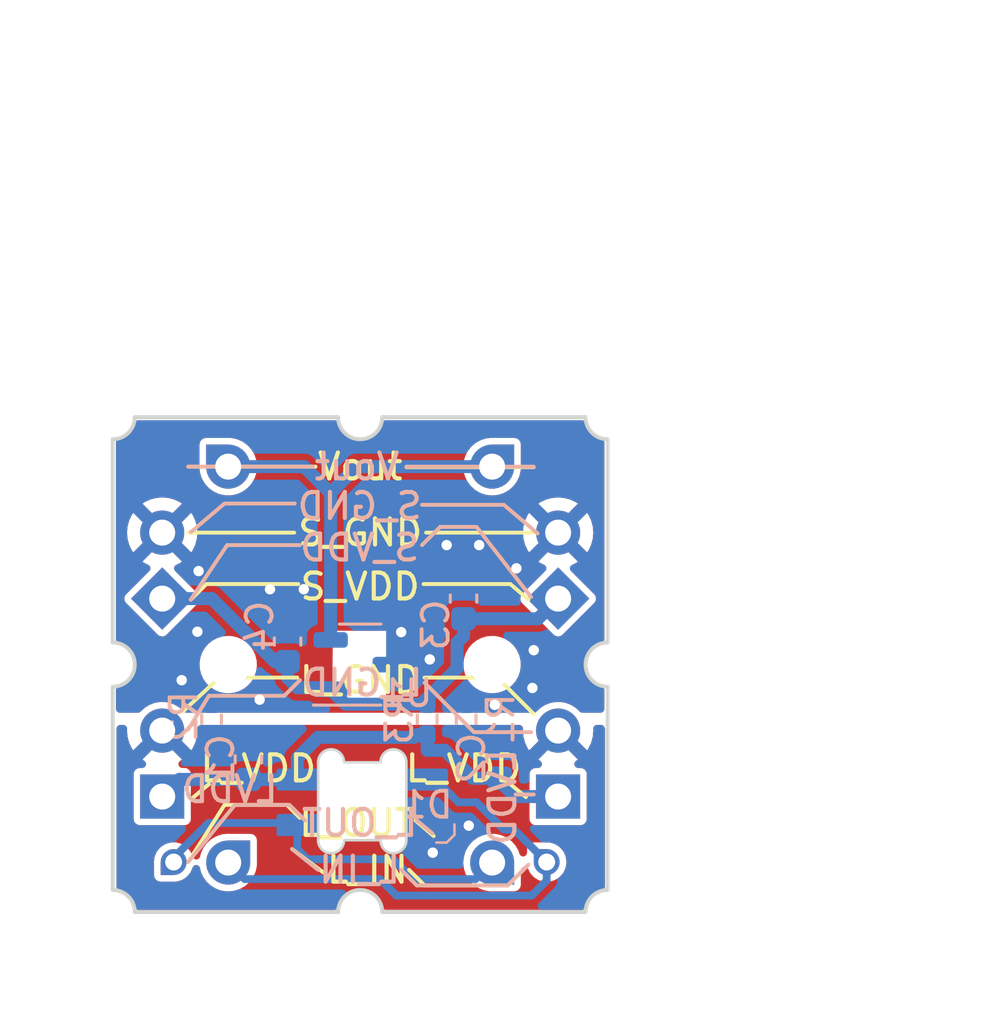
<source format=kicad_pcb>
(kicad_pcb (version 20221018) (generator pcbnew)
  (layers (0 "F.Cu" power) (31 "B.Cu" mixed) (34 "B.Paste" user) (35 "F.Paste" user) (36 "B.SilkS" user "B.Silkscreen") (37 "F.SilkS" user "F.Silkscreen") (38 "B.Mask" user) (39 "F.Mask" user) (44 "Edge.Cuts" user))
  (net 0 "")
  (net 1 "GNDA")
  (net 2 "VDDA")
  (net 3 "GNDD")
  (net 4 "VDD")
  (net 5 "LED_IN")
  (net 6 "LED_OUT")
  (net 7 "Vout")
  (footprint "kikit:Tab" (layer "F.Cu") (at 120.22 106.3625 180)
    (fp_text reference "REF**" hide)
    (fp_text value "Tab")
  )
  (footprint "kikit:Tab" (layer "F.Cu") (at 113.9825 91 -90)
    (fp_text reference "REF**" hide)
    (fp_text value "Tab")
  )
  (footprint "Button_Switch_Keyboard:SW_Lekker_MX_1.00u_PCB" (layer "F.Cu") (at 109.22 101.6 180)
    (fp_text reference "SW" hide)
    (fp_text value "SW_Lekker_MX_1.00u_PCB")
    (pad "" np_thru_hole circle (at -5.08 0 180) (size 1.7 1.7) (drill 1.7) (layers "*.Cu" "*.Mask"))
    (pad "" np_thru_hole circle (at 5.08 0 180) (size 1.7 1.7) (drill 1.7) (layers "*.Cu" "*.Mask"))
  )
  (footprint "kikit:Tab" (layer "F.Cu") (at 104.4575 91 -90)
    (fp_text reference "REF**" hide)
    (fp_text value "Tab")
  )
  (footprint "kikit:Tab" (layer "F.Cu") (at 120.22 96.8375 180)
    (fp_text reference "REF**" hide)
    (fp_text value "Tab")
  )
  (footprint "Resistor_SMD:R_0402_1005Metric_Pad0.72x0.64mm_HandSolder" (layer "B.Cu") (at 103.5 103.7 90)
    (fp_text reference "R2" (at 0.1 -1.07 270) (layer "B.SilkS") (effects (justify mirror)))
    (fp_text value "R")
    (fp_line (start -0.167621 -0.38) (end 0.167621 -0.38) (stroke (width 0.12)) (layer "B.SilkS"))
    (fp_line (start -0.167621 0.38) (end 0.167621 0.38) (stroke (width 0.12)) (layer "B.SilkS"))
    (pad "1" smd roundrect (at -0.5975 0 90) (size 0.715 0.64) (layers "B.Cu" "B.Paste" "B.Mask") (net 3 "GNDD"))
    (pad "2" smd roundrect (at 0.5975 0 90) (size 0.715 0.64) (layers "B.Cu" "B.Paste" "B.Mask") (net 1 "GNDA"))
  )
  (footprint "Connector_PinHeader_2.54mm:PinHeader_1x01_P2.54mm_Vertical" (layer "B.Cu") (at 114.3 93.98 90)
    (fp_text reference "J9" hide)
    (fp_text value "Conn_01x01_Pin")
    (pad "1" thru_hole custom (at 0 0 90) (size 1.7 1.7) (drill 1) (layers "*.Cu" "*.Mask") (net 7 "Vout") (options (clearance outline) (anchor circle)) (primitives (gr_poly (pts (xy 0.85 0) (xy 0 0.85) (xy 0.85 0.85)) (width 0) (fill yes))))
  )
  (footprint "Connector_PinHeader_2.54mm:PinHeader_1x01_P2.54mm_Vertical" (layer "B.Cu") (at 116.84 99.06 180)
    (fp_text reference "J6" hide)
    (fp_text value "Conn_01x01_Pin")
    (pad "1" thru_hole rect (at 0 0 135) (size 1.7 1.7) (drill 1) (layers "*.Cu" "*.Mask") (net 2 "VDDA"))
  )
  (footprint "Connector_PinHeader_2.54mm:PinHeader_1x01_P2.54mm_Vertical" (layer "B.Cu") (at 101.6 106.68 180)
    (fp_text reference "J2" hide)
    (fp_text value "Conn_01x01_Pin")
    (pad "1" thru_hole rect (at 0 0 180) (size 1.7 1.7) (drill 1) (layers "*.Cu" "*.Mask") (net 4 "VDD"))
  )
  (footprint "Resistor_SMD:R_0402_1005Metric_Pad0.72x0.64mm_HandSolder" (layer "B.Cu") (at 113.3 103.7 90)
    (fp_text reference "R1" (at 0 1.33 270) (layer "B.SilkS") (effects (justify mirror)))
    (fp_text value "R")
    (fp_line (start -0.167621 -0.38) (end 0.167621 -0.38) (stroke (width 0.12)) (layer "B.SilkS"))
    (fp_line (start -0.167621 0.38) (end 0.167621 0.38) (stroke (width 0.12)) (layer "B.SilkS"))
    (pad "1" smd roundrect (at -0.5975 0 90) (size 0.715 0.64) (layers "B.Cu" "B.Paste" "B.Mask") (net 3 "GNDD"))
    (pad "2" smd roundrect (at 0.5975 0 90) (size 0.715 0.64) (layers "B.Cu" "B.Paste" "B.Mask") (net 1 "GNDA"))
  )
  (footprint "Resistor_SMD:R_0402_1005Metric_Pad0.72x0.64mm_HandSolder" (layer "B.Cu") (at 111.8 103.7 90)
    (fp_text reference "R3" (at 0 -1.07 90) (layer "B.SilkS") (effects (justify mirror)))
    (fp_text value "R")
    (fp_line (start -0.167621 -0.38) (end 0.167621 -0.38) (stroke (width 0.12)) (layer "B.SilkS"))
    (fp_line (start -0.167621 0.38) (end 0.167621 0.38) (stroke (width 0.12)) (layer "B.SilkS"))
    (pad "1" smd roundrect (at -0.5975 0 90) (size 0.715 0.64) (layers "B.Cu" "B.Paste" "B.Mask") (net 4 "VDD"))
    (pad "2" smd roundrect (at 0.5975 0 90) (size 0.715 0.64) (layers "B.Cu" "B.Paste" "B.Mask") (net 2 "VDDA"))
  )
  (footprint "Connector_PinHeader_2.54mm:PinHeader_1x01_P2.54mm_Vertical" (layer "B.Cu") (at 101.6 104.14 180)
    (fp_text reference "J8" hide)
    (fp_text value "Conn_01x01_Pin")
    (pad "1" thru_hole circle (at 0 0 180) (size 1.7 1.7) (drill 1) (layers "*.Cu" "*.Mask") (net 3 "GNDD"))
  )
  (footprint "Connector_PinHeader_2.54mm:PinHeader_1x01_P2.54mm_Vertical" (layer "B.Cu") (at 114.3 109.22 180)
    (fp_text reference "J12" hide)
    (fp_text value "Conn_01x01_Pin")
    (pad "1" thru_hole custom (at 0 0 180) (size 1.7 1.7) (drill 1) (layers "*.Cu" "*.Mask") (net 6 "LED_OUT") (options (clearance outline) (anchor circle)) (primitives (gr_poly (pts (xy -0.85 0) (xy 0 -0.85) (xy -0.85 -0.85)) (width 0) (fill yes))))
  )
  (footprint "Capacitor_SMD:C_0603_1608Metric" (layer "B.Cu") (at 113.2 99.06 -90)
    (fp_text reference "C3" (at 1.01 1.07 90) (layer "B.SilkS") (effects (justify mirror)))
    (fp_text value "10u")
    (fp_line (start -0.14058 -0.51) (end 0.14058 -0.51) (stroke (width 0.12)) (layer "B.SilkS"))
    (fp_line (start -0.14058 0.51) (end 0.14058 0.51) (stroke (width 0.12)) (layer "B.SilkS"))
    (pad "1" smd roundrect (at -0.775 0 270) (size 0.9 0.95) (layers "B.Cu" "B.Paste" "B.Mask") (net 1 "GNDA"))
    (pad "2" smd roundrect (at 0.775 0 270) (size 0.9 0.95) (layers "B.Cu" "B.Paste" "B.Mask") (net 2 "VDDA"))
  )
  (footprint "Connector_PinHeader_2.54mm:PinHeader_1x01_P2.54mm_Vertical" (layer "B.Cu") (at 101.6 96.52 180)
    (fp_text reference "J3" hide)
    (fp_text value "Conn_01x01_Pin")
    (pad "1" thru_hole circle (at 0 0 180) (size 1.7 1.7) (drill 1) (layers "*.Cu" "*.Mask") (net 1 "GNDA"))
  )
  (footprint "Connector_PinHeader_2.54mm:PinHeader_1x01_P2.54mm_Vertical" (layer "B.Cu") (at 101.6 99.06 180)
    (fp_text reference "J5" hide)
    (fp_text value "Conn_01x01_Pin")
    (pad "1" thru_hole rect (at 0 0 135) (size 1.7 1.7) (drill 1) (layers "*.Cu" "*.Mask") (net 2 "VDDA"))
  )
  (footprint "Connector_PinHeader_2.54mm:PinHeader_1x01_P2.54mm_Vertical" (layer "B.Cu") (at 116.84 106.68 180)
    (fp_text reference "J1" hide)
    (fp_text value "Conn_01x01_Pin")
    (pad "1" thru_hole rect (at 0 0 180) (size 1.7 1.7) (drill 1) (layers "*.Cu" "*.Mask") (net 4 "VDD"))
  )
  (footprint "prettylib:SK6812_mini_e_flipable" (layer "B.Cu") (at 109.3 106.9)
    (fp_text reference "D1" (at 2.5 0.1) (layer "B.SilkS") (effects (justify mirror)))
    (fp_text value "SK6812MINI-E")
    (fp_line (start 3.25 1.55) (end 2.85 1.55) (stroke (width 0.1)) (layer "B.SilkS"))
    (fp_line (start 3.25 1.55) (end 3.55 1.25) (stroke (width 0.1)) (layer "B.SilkS"))
    (fp_line (start 3.55 1.25) (end 3.55 0.85) (stroke (width 0.1)) (layer "B.SilkS"))
    (fp_line (start -1.7 1.46) (end -1.7 -1.54) (stroke (width 0.1)) (layer "Edge.Cuts"))
    (fp_line (start -0.7 -1.54) (end 0.7 -1.54) (stroke (width 0.1)) (layer "Edge.Cuts"))
    (fp_line (start -0.7 1.46) (end 0.7 1.46) (stroke (width 0.1)) (layer "Edge.Cuts"))
    (fp_line (start 1.7 -1.54) (end 1.7 1.46) (stroke (width 0.1)) (layer "Edge.Cuts"))
    (fp_arc (start -1.7 -1.54) (mid -1.2 -2.04) (end -0.7 -1.54) (stroke (width 0.1)) (layer "Edge.Cuts"))
    (fp_arc (start -0.7 1.46) (mid -1.2 1.96) (end -1.7 1.46) (stroke (width 0.1)) (layer "Edge.Cuts"))
    (fp_arc (start 0.7 -1.54) (mid 1.2 -2.04) (end 1.7 -1.54) (stroke (width 0.1)) (layer "Edge.Cuts"))
    (fp_arc (start 1.7 1.46) (mid 1.2 1.96) (end 0.7 1.46) (stroke (width 0.1)) (layer "Edge.Cuts"))
    (pad "1" smd roundrect (at -2.5 -0.875) (size 1.6 0.85) (layers "B.Cu" "B.Paste" "B.Mask") (roundrect_rratio 0.1176470588) (net 4 "VDD"))
    (pad "2" smd roundrect (at -2.5 0.875 180) (size 1.6 0.85) (layers "B.Cu" "B.Paste" "B.Mask") (roundrect_rratio 0.1176470588) (net 6 "LED_OUT"))
    (pad "3" smd roundrect (at 2.5 0.875 180) (size 1.6 0.85) (layers "B.Cu" "B.Paste" "B.Mask") (roundrect_rratio 0.1176470588) (net 3 "GNDD"))
    (pad "4" smd roundrect (at 2.5 -0.875) (size 1.6 0.85) (layers "B.Cu" "B.Paste" "B.Mask") (roundrect_rratio 0.1176470588) (net 5 "LED_IN"))
  )
  (footprint "Package_TO_SOT_SMD:SOT-23-3" (layer "B.Cu") (at 109.22 101.6)
    (fp_text reference "U1" (at 1.78 1.105) (layer "B.SilkS") (effects (justify mirror)))
    (fp_text value "SLSS49E")
    (fp_line (start 0 -1.56) (end -0.8 -1.56) (stroke (width 0.12)) (layer "B.SilkS"))
    (fp_line (start 0 -1.56) (end 0.8 -1.56) (stroke (width 0.12)) (layer "B.SilkS"))
    (fp_line (start 0 1.56) (end -1.8 1.56) (stroke (width 0.12)) (layer "B.SilkS"))
    (fp_line (start 0 1.56) (end 0.8 1.56) (stroke (width 0.12)) (layer "B.SilkS"))
    (pad "1" smd roundrect (at -1.1375 0.95) (size 1.325 0.6) (layers "B.Cu" "B.Paste" "B.Mask") (net 2 "VDDA"))
    (pad "2" smd roundrect (at -1.1375 -0.95) (size 1.325 0.6) (layers "B.Cu" "B.Paste" "B.Mask") (net 7 "Vout"))
    (pad "3" smd roundrect (at 1.1375 0) (size 1.325 0.6) (layers "B.Cu" "B.Paste" "B.Mask") (net 1 "GNDA"))
  )
  (footprint "Connector_PinHeader_2.54mm:PinHeader_1x01_P2.54mm_Vertical" (layer "B.Cu") (at 104.14 93.98 180)
    (fp_text reference "J10" hide)
    (fp_text value "Conn_01x01_Pin")
    (pad "1" thru_hole custom (at 0 0 180) (size 1.7 1.7) (drill 1) (layers "*.Cu" "*.Mask") (net 7 "Vout") (options (clearance outline) (anchor circle)) (primitives (gr_poly (pts (xy 0.85 0) (xy 0 0.85) (xy 0.85 0.85)) (width 0) (fill yes))))
  )
  (footprint "Connector_PinHeader_2.54mm:PinHeader_1x01_P2.54mm_Vertical" (layer "B.Cu") (at 116.84 104.14 180)
    (fp_text reference "J7" hide)
    (fp_text value "Conn_01x01_Pin")
    (pad "1" thru_hole circle (at 0 0 180) (size 1.7 1.7) (drill 1) (layers "*.Cu" "*.Mask") (net 3 "GNDD"))
  )
  (footprint "Connector_PinHeader_2.54mm:PinHeader_1x01_P2.54mm_Vertical" (layer "B.Cu") (at 104.14 109.22 90)
    (fp_text reference "J14" hide)
    (fp_text value "Conn_01x01_Pin")
    (pad "1" thru_hole custom (at 0 0 90) (size 1.7 1.7) (drill 1) (layers "*.Cu" "*.Mask") (net 5 "LED_IN") (options (clearance outline) (anchor circle)) (primitives (gr_poly (pts (xy 0.85 0) (xy 0 0.85) (xy 0.85 0.85)) (width 0) (fill yes))))
  )
  (footprint "Connector_PinHeader_1.27mm:PinHeader_1x01_P1.27mm_Vertical" (layer "B.Cu") (at 102.04 109.2 180)
    (fp_text reference "J11" hide)
    (fp_text value "Conn_01x01_Pin")
    (pad "1" thru_hole custom (at 0 0 180) (size 1 1) (drill 0.65) (layers "*.Cu" "*.Mask") (net 6 "LED_OUT") (options (clearance outline) (anchor circle)) (primitives (gr_poly (pts (xy 0.5 0) (xy 0 -0.5) (xy 0.5 -0.5)) (width 0) (fill yes))))
  )
  (footprint "Capacitor_SMD:C_0603_1608Metric" (layer "B.Cu") (at 114.6 105.2 -90)
    (fp_text reference "C2" (at 0 1.09 90) (layer "B.SilkS") (effects (justify mirror)))
    (fp_text value "10u")
    (fp_line (start -0.14058 -0.51) (end 0.14058 -0.51) (stroke (width 0.12)) (layer "B.SilkS"))
    (fp_line (start -0.14058 0.51) (end 0.14058 0.51) (stroke (width 0.12)) (layer "B.SilkS"))
    (pad "1" smd roundrect (at -0.775 0 270) (size 0.9 0.95) (layers "B.Cu" "B.Paste" "B.Mask") (net 3 "GNDD"))
    (pad "2" smd roundrect (at 0.775 0 270) (size 0.9 0.95) (layers "B.Cu" "B.Paste" "B.Mask") (net 4 "VDD"))
  )
  (footprint "Capacitor_SMD:C_0603_1608Metric" (layer "B.Cu") (at 106.426 100.711 -90)
    (fp_text reference "C4" (at -0.59 1.07 90) (layer "B.SilkS") (effects (justify mirror)))
    (fp_text value "100n")
    (fp_line (start -0.14058 -0.51) (end 0.14058 -0.51) (stroke (width 0.12)) (layer "B.SilkS"))
    (fp_line (start -0.14058 0.51) (end 0.14058 0.51) (stroke (width 0.12)) (layer "B.SilkS"))
    (pad "1" smd roundrect (at -0.775 0 270) (size 0.9 0.95) (layers "B.Cu" "B.Paste" "B.Mask") (net 1 "GNDA"))
    (pad "2" smd roundrect (at 0.775 0 270) (size 0.9 0.95) (layers "B.Cu" "B.Paste" "B.Mask") (net 2 "VDDA"))
  )
  (footprint "Capacitor_SMD:C_0603_1608Metric" (layer "B.Cu") (at 104.917511 105.243635 -90)
    (fp_text reference "C1" (at 0.01 1.07 90) (layer "B.SilkS") (effects (justify mirror)))
    (fp_text value "100n")
    (fp_line (start -0.14058 -0.51) (end 0.14058 -0.51) (stroke (width 0.12)) (layer "B.SilkS"))
    (fp_line (start -0.14058 0.51) (end 0.14058 0.51) (stroke (width 0.12)) (layer "B.SilkS"))
    (pad "1" smd roundrect (at -0.775 0 270) (size 0.9 0.95) (layers "B.Cu" "B.Paste" "B.Mask") (net 3 "GNDD"))
    (pad "2" smd roundrect (at 0.775 0 270) (size 0.9 0.95) (layers "B.Cu" "B.Paste" "B.Mask") (net 4 "VDD"))
  )
  (footprint "Connector_PinHeader_1.27mm:PinHeader_1x01_P1.27mm_Vertical" (layer "B.Cu") (at 116.4 109.2 180)
    (fp_text reference "J13" hide)
    (fp_text value "Conn_01x01_Pin")
    (pad "1" thru_hole custom (at 0 0 180) (size 1 1) (drill 0.65) (layers "*.Cu" "*.Mask") (net 5 "LED_IN") (options (clearance outline) (anchor circle)) (primitives (gr_poly (pts (xy 0.5 0) (xy 0 0.5) (xy 0.5 0.5)) (width 0) (fill yes))))
  )
  (footprint "Connector_PinHeader_2.54mm:PinHeader_1x01_P2.54mm_Vertical" (layer "B.Cu") (at 116.84 96.52 180)
    (fp_text reference "J4" hide)
    (fp_text value "Conn_01x01_Pin")
    (pad "1" thru_hole circle (at 0 0 180) (size 1.7 1.7) (drill 1) (layers "*.Cu" "*.Mask") (net 1 "GNDA"))
  )
  (gr_line (start 102.6 93.98) (end 107.4 93.98) (stroke (width 0.15)) (layer "B.SilkS"))
  (gr_line (start 107.6 109.5) (end 106.6 108.7) (stroke (width 0.15)) (layer "B.SilkS"))
  (gr_line (start 115.2 106.6) (end 115.9 106.6) (stroke (width 0.15)) (layer "B.SilkS"))
  (gr_line (start 106.9 97) (end 104.1 97) (stroke (width 0.15)) (layer "B.SilkS"))
  (gr_line (start 106.9 102.2) (end 106.3 102.8) (stroke (width 0.15)) (layer "B.SilkS"))
  (gr_line (start 104.1 97) (end 102.7 99.1) (stroke (width 0.15)) (layer "B.SilkS"))
  (gr_line (start 104.4 107) (end 102.6 109.2) (stroke (width 0.15)) (layer "B.SilkS"))
  (gr_line (start 106.3 102.8) (end 103.4 102.8) (stroke (width 0.15)) (layer "B.SilkS"))
  (gr_line (start 111.6 95.45) (end 114.75 95.45) (stroke (width 0.15)) (layer "B.SilkS"))
  (gr_line (start 111.4 110.1) (end 114.9 110.1) (stroke (width 0.15)) (layer "B.SilkS"))
  (gr_line (start 110.8 109.5) (end 111.4 110.1) (stroke (width 0.15)) (layer "B.SilkS"))
  (gr_line (start 106.5 107) (end 104.4 107) (stroke (width 0.15)) (layer "B.SilkS"))
  (gr_line (start 113.6 104.2) (end 115.8 104.2) (stroke (width 0.15)) (layer "B.SilkS"))
  (gr_line (start 104 95.4) (end 102.7 96.5) (stroke (width 0.15)) (layer "B.SilkS"))
  (gr_line (start 114.9 110.1) (end 115.7 109.3) (stroke (width 0.15)) (layer "B.SilkS"))
  (gr_line (start 107.1 107.6) (end 106.5 107) (stroke (width 0.15)) (layer "B.SilkS"))
  (gr_line (start 106.7 95.4) (end 104 95.4) (stroke (width 0.15)) (layer "B.SilkS"))
  (gr_line (start 111.6 97) (end 112.3 96.3) (stroke (width 0.15)) (layer "B.SilkS"))
  (gr_line (start 111.7 102.3) (end 113.6 104.2) (stroke (width 0.15)) (layer "B.SilkS"))
  (gr_line (start 111.4 107.6) (end 112 108.1) (stroke (width 0.15)) (layer "B.SilkS"))
  (gr_line (start 113.7 96.3) (end 115.8 99) (stroke (width 0.15)) (layer "B.SilkS"))
  (gr_line (start 114.75 95.45) (end 116.05 96.55) (stroke (width 0.15)) (layer "B.SilkS"))
  (gr_line (start 112.3 96.3) (end 113.7 96.3) (stroke (width 0.15)) (layer "B.SilkS"))
  (gr_line (start 103.4 102.8) (end 102.6 104.1) (stroke (width 0.15)) (layer "B.SilkS"))
  (gr_line (start 115.9 93.98) (end 111 93.98) (stroke (width 0.15)) (layer "B.SilkS"))
  (gr_line (start 115 98.5) (end 111.66 98.5) (stroke (width 0.15)) (layer "F.SilkS"))
  (gr_line (start 114.5 102.1) (end 111.7 102.1) (stroke (width 0.15)) (layer "F.SilkS"))
  (gr_line (start 106.84 98.5) (end 103.3 98.5) (stroke (width 0.15)) (layer "F.SilkS"))
  (gr_line (start 106.8 102.1) (end 103.8 102.1) (stroke (width 0.15)) (layer "F.SilkS"))
  (gr_line (start 111.7 110.1) (end 114.9 110.1) (stroke (width 0.15)) (layer "F.SilkS"))
  (gr_line (start 114.9 110.1) (end 115.6 109.4) (stroke (width 0.15)) (layer "F.SilkS"))
  (gr_line (start 107.8 109.6) (end 106.6 108.7) (stroke (width 0.15)) (layer "F.SilkS"))
  (gr_line (start 111.35 107.6) (end 112.05 108.2) (stroke (width 0.15)) (layer "F.SilkS"))
  (gr_line (start 103.3 98.5) (end 102.7 99.1) (stroke (width 0.15)) (layer "F.SilkS"))
  (gr_line (start 104 107) (end 102.6 109.2) (stroke (width 0.15)) (layer "F.SilkS"))
  (gr_line (start 111.1 109.5) (end 111.7 110.1) (stroke (width 0.15)) (layer "F.SilkS"))
  (gr_line (start 106.68 96.52) (end 102.6 96.52) (stroke (width 0.15)) (layer "F.SilkS"))
  (gr_line (start 107.5 93.98) (end 102.6 93.98) (stroke (width 0.15)) (layer "F.SilkS"))
  (gr_line (start 115 106.2) (end 115.6 106.7) (stroke (width 0.15)) (layer "F.SilkS"))
  (gr_line (start 114.5 102.1) (end 115.9 103.5) (stroke (width 0.15)) (layer "F.SilkS"))
  (gr_line (start 106.4 107) (end 104 107) (stroke (width 0.15)) (layer "F.SilkS"))
  (gr_line (start 106.9 107.5) (end 106.4 107) (stroke (width 0.15)) (layer "F.SilkS"))
  (gr_line (start 111 94) (end 115.9 94) (stroke (width 0.15)) (layer "F.SilkS"))
  (gr_line (start 115 98.5) (end 115.7 99.1) (stroke (width 0.15)) (layer "F.SilkS"))
  (gr_line (start 103.8 102.1) (end 102.4 103.4) (stroke (width 0.15)) (layer "F.SilkS"))
  (gr_line (start 103.4 106.2) (end 102.75 106.75) (stroke (width 0.15)) (layer "F.SilkS"))
  (gr_line (start 111.76 96.52) (end 115.9 96.52) (stroke (width 0.15)) (layer "F.SilkS"))
  (gr_arc (start 110.07 92.075) (mid 109.22 92.925) (end 108.37 92.075) (stroke (width 0.15)) (layer "Edge.Cuts"))
  (gr_line (start 110.07 92.075) (end 117.895 92.075) (stroke (width 0.15)) (layer "Edge.Cuts"))
  (gr_arc (start 100.545 92.075) (mid 100.296041 92.676041) (end 99.695 92.925) (stroke (width 0.15)) (layer "Edge.Cuts"))
  (gr_arc (start 117.895 111.125) (mid 118.143959 110.523959) (end 118.745 110.275) (stroke (width 0.15)) (layer "Edge.Cuts"))
  (gr_arc (start 118.745 102.45) (mid 117.895 101.6) (end 118.745 100.75) (stroke (width 0.15)) (layer "Edge.Cuts"))
  (gr_line (start 100.545 92.075) (end 108.37 92.075) (stroke (width 0.15)) (layer "Edge.Cuts"))
  (gr_line (start 99.695 92.925) (end 99.695 100.75) (stroke (width 0.15)) (layer "Edge.Cuts"))
  (gr_line (start 108.37 111.125) (end 100.545 111.125) (stroke (width 0.15)) (layer "Edge.Cuts"))
  (gr_line (start 118.745 102.45) (end 118.745 110.275) (stroke (width 0.15)) (layer "Edge.Cuts"))
  (gr_line (start 118.745 92.925) (end 118.745 100.75) (stroke (width 0.15)) (layer "Edge.Cuts"))
  (gr_line (start 99.695 102.45) (end 99.695 110.275) (stroke (width 0.15)) (layer "Edge.Cuts"))
  (gr_arc (start 99.695 100.75) (mid 100.545 101.6) (end 99.695 102.45) (stroke (width 0.15)) (layer "Edge.Cuts"))
  (gr_line (start 117.895 111.125) (end 110.07 111.125) (stroke (width 0.15)) (layer "Edge.Cuts"))
  (gr_arc (start 108.37 111.125) (mid 109.22 110.275) (end 110.07 111.125) (stroke (width 0.15)) (layer "Edge.Cuts"))
  (gr_arc (start 99.695 110.275) (mid 100.296041 110.523959) (end 100.545 111.125) (stroke (width 0.15)) (layer "Edge.Cuts"))
  (gr_arc (start 118.745 92.925) (mid 118.143959 92.676041) (end 117.895 92.075) (stroke (width 0.15)) (layer "Edge.Cuts"))
  (gr_text "S_GND\n" (at 109.2 95.5) (layer "B.SilkS") (effects (font (size 1 1) (thickness 0.16)) (justify mirror)))
  (gr_text "Vout" (at 109.1 93.98) (layer "B.SilkS") (effects (font (size 1 1) (thickness 0.16)) (justify mirror)))
  (gr_text "L_OUT" (at 109.2 107.7) (layer "B.SilkS") (effects (font (size 1 1) (thickness 0.16)) (justify mirror)))
  (gr_text "L_IN" (at 109.2 109.5) (layer "B.SilkS") (effects (font (size 1 1) (thickness 0.16)) (justify mirror)))
  (gr_text "LVDD" (at 114.7 106.7 90) (layer "B.SilkS") (effects (font (size 1 1) (thickness 0.16)) (justify mirror)))
  (gr_text "S_VDD\n" (at 109.2 97.1) (layer "B.SilkS") (effects (font (size 1 1) (thickness 0.16)) (justify mirror)))
  (gr_text "L_GND" (at 109.3 102.3) (layer "B.SilkS") (effects (font (size 1 1) (thickness 0.16)) (justify mirror)))
  (gr_text "LVDD" (at 104.2 106.4) (layer "B.SilkS") (effects (font (size 1 1) (thickness 0.16)) (justify mirror)))
  (gr_text "S_GND\n" (at 109.22 96.52) (layer "F.SilkS") (effects (font (size 1 1) (thickness 0.16))))
  (gr_text "L_OUT" (at 109.1 107.7) (layer "F.SilkS") (effects (font (size 1 1) (thickness 0.16))))
  (gr_text "L_VDD" (at 105.3 105.6) (layer "F.SilkS") (effects (font (size 1 1) (thickness 0.16))))
  (gr_text "L_VDD" (at 113.2 105.6) (layer "F.SilkS") (effects (font (size 1 1) (thickness 0.16))))
  (gr_text "L_GND" (at 109.22 102.2) (layer "F.SilkS") (effects (font (size 1 1) (thickness 0.16))))
  (gr_text "L_IN" (at 109.5 109.5) (layer "F.SilkS") (effects (font (size 1 1) (thickness 0.16))))
  (gr_text "Vout" (at 109.22 93.98) (layer "F.SilkS") (effects (font (size 1 1) (thickness 0.16))))
  (gr_text "S_VDD\n" (at 109.22 98.6) (layer "F.SilkS") (effects (font (size 1 1) (thickness 0.16))))
  (via (at 102.955369 100.333902) (size 0.8) (drill 0.4) (layers "F.Cu" "B.Cu") (net 1))
  (via (at 115.234759 97.893346) (size 0.8) (drill 0.4) (layers "F.Cu" "B.Cu") (net 1))
  (via (at 112.55 97) (size 0.8) (drill 0.4) (layers "F.Cu" "B.Cu") (net 1))
  (via (at 114.4 103.15) (size 0.8) (drill 0.4) (layers "F.Cu" "B.Cu") (net 1))
  (via (at 105.35 102.95) (size 0.8) (drill 0.4) (layers "F.Cu" "B.Cu") (net 1))
  (via (at 102.35 102.2) (size 0.8) (drill 0.4) (layers "F.Cu" "B.Cu") (net 1))
  (via (at 103 98) (size 0.8) (drill 0.4) (layers "F.Cu" "B.Cu") (net 1))
  (via (at 111.9 101.4) (size 0.8) (drill 0.4) (layers "F.Cu" "B.Cu") (net 1))
  (via (at 113.8 97) (size 0.8) (drill 0.4) (layers "F.Cu" "B.Cu") (net 1))
  (via (at 105.75 98.7) (size 0.8) (drill 0.4) (layers "F.Cu" "B.Cu") (net 1))
  (via (at 107.05 98.7) (size 0.8) (drill 0.4) (layers "F.Cu" "B.Cu") (net 1))
  (via (at 115.85 102.5) (size 0.8) (drill 0.4) (layers "F.Cu" "B.Cu") (net 1))
  (via (at 110.8 100.35) (size 0.8) (drill 0.4) (layers "F.Cu" "B.Cu") (net 1))
  (via (at 115.902356 101.045275) (size 0.8) (drill 0.4) (layers "F.Cu" "B.Cu") (net 1))
  (segment (start 113.2 100.5) (end 112.95 100.75) (width 0.5) (layer "B.Cu") (net 2))
  (segment (start 108.0825 102.55) (end 108.6565 103.124) (width 0.5) (layer "B.Cu") (net 2))
  (segment (start 105.935188 101.486) (end 106.426 101.486) (width 0.5) (layer "B.Cu") (net 2))
  (segment (start 106.426 102.108) (end 106.807 102.489) (width 0.5) (layer "B.Cu") (net 2))
  (segment (start 106.807 102.489) (end 108.0215 102.489) (width 0.5) (layer "B.Cu") (net 2))
  (segment (start 108.0215 102.489) (end 108.0825 102.55) (width 0.5) (layer "B.Cu") (net 2))
  (segment (start 106.426 101.486) (end 106.426 102.108) (width 0.5) (layer "B.Cu") (net 2))
  (segment (start 103.509188 99.06) (end 105.935188 101.486) (width 0.5) (layer "B.Cu") (net 2))
  (segment (start 113.2 99.835) (end 113.2 100.5) (width 0.5) (layer "B.Cu") (net 2))
  (segment (start 116.065 99.835) (end 116.84 99.06) (width 0.5) (layer "B.Cu") (net 2))
  (segment (start 111.8 102.9) (end 111.8 103.1025) (width 0.5) (layer "B.Cu") (net 2))
  (segment (start 113.2 99.835) (end 116.065 99.835) (width 0.5) (layer "B.Cu") (net 2))
  (segment (start 108.6565 103.124) (end 111.7785 103.124) (width 0.5) (layer "B.Cu") (net 2))
  (segment (start 112.95 100.75) (end 112.95 101.75) (width 0.5) (layer "B.Cu") (net 2))
  (segment (start 101.6 99.06) (end 103.509188 99.06) (width 0.5) (layer "B.Cu") (net 2))
  (segment (start 112.95 101.75) (end 111.8 102.9) (width 0.5) (layer "B.Cu") (net 2))
  (segment (start 111.7785 103.124) (end 111.8 103.1025) (width 0.5) (layer "B.Cu") (net 2))
  (via (at 113.4 107.8) (size 0.8) (drill 0.4) (layers "F.Cu" "B.Cu") (net 3))
  (via (at 112.014 108.839) (size 0.8) (drill 0.4) (layers "F.Cu" "B.Cu") (net 3))
  (segment (start 111.8 104.2975) (end 111.4025 104.2975) (width 0.5) (layer "B.Cu") (net 4))
  (segment (start 104.917511 106.018635) (end 102.261365 106.018635) (width 0.5) (layer "B.Cu") (net 4))
  (segment (start 113.552817 105.975) (end 114.6 105.975) (width 0.5) (layer "B.Cu") (net 4))
  (segment (start 111.4025 104.2975) (end 111.3 104.4) (width 0.5) (layer "B.Cu") (net 4))
  (segment (start 104.923876 106.025) (end 104.917511 106.018635) (width 0.5) (layer "B.Cu") (net 4))
  (segment (start 115.186 106.68) (end 114.681 106.175) (width 0.5) (layer "B.Cu") (net 4))
  (segment (start 111.8 104.9) (end 112.477817 104.9) (width 0.5) (layer "B.Cu") (net 4))
  (segment (start 106.8 106.025) (end 106.8 105.2) (width 0.5) (layer "B.Cu") (net 4))
  (segment (start 111.8 104.2975) (end 111.8 104.9) (width 0.5) (layer "B.Cu") (net 4))
  (segment (start 102.261365 106.018635) (end 101.6 106.68) (width 0.5) (layer "B.Cu") (net 4))
  (segment (start 107.6 104.4) (end 111.3 104.4) (width 0.5) (layer "B.Cu") (net 4))
  (segment (start 106.8 105.2) (end 107.6 104.4) (width 0.5) (layer "B.Cu") (net 4))
  (segment (start 106.8 106.025) (end 104.923876 106.025) (width 0.5) (layer "B.Cu") (net 4))
  (segment (start 116.84 106.68) (end 115.186 106.68) (width 0.5) (layer "B.Cu") (net 4))
  (segment (start 112.477817 104.9) (end 113.552817 105.975) (width 0.5) (layer "B.Cu") (net 4))
  (segment (start 113.7 106.9) (end 113 106.9) (width 0.3) (layer "B.Cu") (net 5))
  (segment (start 116.4 109.2) (end 115.15 107.95) (width 0.3) (layer "B.Cu") (net 5))
  (segment (start 110.617 110.49) (end 115.824 110.49) (width 0.3) (layer "B.Cu") (net 5))
  (segment (start 104.14 109.22) (end 104.775 109.855) (width 0.3) (layer "B.Cu") (net 5))
  (segment (start 113 106.9) (end 112.125 106.025) (width 0.3) (layer "B.Cu") (net 5))
  (segment (start 114.75 107.95) (end 113.7 106.9) (width 0.3) (layer "B.Cu") (net 5))
  (segment (start 109.982 109.855) (end 110.617 110.49) (width 0.3) (layer "B.Cu") (net 5))
  (segment (start 115.15 107.95) (end 114.75 107.95) (width 0.3) (layer "B.Cu") (net 5))
  (segment (start 115.824 110.49) (end 116.4 109.914) (width 0.3) (layer "B.Cu") (net 5))
  (segment (start 104.775 109.855) (end 109.982 109.855) (width 0.3) (layer "B.Cu") (net 5))
  (segment (start 112.125 106.025) (end 111.8 106.025) (width 0.3) (layer "B.Cu") (net 5))
  (segment (start 116.4 109.914) (end 116.4 109.2) (width 0.3) (layer "B.Cu") (net 5))
  (segment (start 113.665 109.855) (end 114.3 109.22) (width 0.3) (layer "B.Cu") (net 6))
  (segment (start 111.252 109.855) (end 113.665 109.855) (width 0.3) (layer "B.Cu") (net 6))
  (segment (start 102.04 109.034) (end 103.378 107.696) (width 0.3) (layer "B.Cu") (net 6))
  (segment (start 106.8 107.775) (end 106.8 108.705) (width 0.3) (layer "B.Cu") (net 6))
  (segment (start 106.8 108.705) (end 107.188 109.093) (width 0.3) (layer "B.Cu") (net 6))
  (segment (start 107.188 109.093) (end 110.49 109.093) (width 0.3) (layer "B.Cu") (net 6))
  (segment (start 103.378 107.696) (end 106.721 107.696) (width 0.3) (layer "B.Cu") (net 6))
  (segment (start 102.04 109.2) (end 102.04 109.034) (width 0.3) (layer "B.Cu") (net 6))
  (segment (start 110.49 109.093) (end 111.252 109.855) (width 0.3) (layer "B.Cu") (net 6))
  (segment (start 106.721 107.696) (end 106.8 107.775) (width 0.3) (layer "B.Cu") (net 6))
  (segment (start 108.0825 95.0015) (end 107.061 93.98) (width 0.5) (layer "B.Cu") (net 7))
  (segment (start 108.0825 100.65) (end 108.0825 95.0015) (width 0.5) (layer "B.Cu") (net 7))
  (segment (start 109.093 93.98) (end 114.3 93.98) (width 0.5) (layer "B.Cu") (net 7))
  (segment (start 108.0825 95.0015) (end 108.0825 94.9905) (width 0.5) (layer "B.Cu") (net 7))
  (segment (start 108.0825 94.9905) (end 109.093 93.98) (width 0.5) (layer "B.Cu") (net 7))
  (segment (start 107.061 93.98) (end 104.14 93.98) (width 0.5) (layer "B.Cu") (net 7))
  (zone (net 0) (net_name "") (layers "F&B.Cu") (connect_pads (clearance 0)) (min_thickness 0.25)
    (keepout (tracks allowed) (vias not_allowed) (pads allowed) (copperpour not_allowed) (footprints allowed))
    (fill (thermal_gap 0.5) (thermal_bridge_width 0.5))
    (polygon (pts (xy 108.17 100.296567) (xy 108.145 102.946567) (xy 110.22 102.921567) (xy 110.22 100.296567)))
  )
  (zone (net 3) (net_name "GNDD") (layers "F&B.Cu") (priority 2) (connect_pads thru_hole_only (clearance 0.25)) (min_thickness 0.3) (fill yes (thermal_gap 0.5) (thermal_bridge_width 0.5))
    (polygon (pts (xy 99.84 103.920567) (xy 99.84 111.039567) (xy 118.64 111.039567) (xy 118.64 103.920567)))
  )
  (zone (net 1) (net_name "GNDA") (layers "F&B.Cu") (connect_pads thru_hole_only (clearance 0.25)) (min_thickness 0.3) (fill yes (thermal_gap 0.5) (thermal_bridge_width 0.5))
    (polygon (pts (xy 99.82 92.194567) (xy 118.62 92.194567) (xy 118.62 103.453567) (xy 99.82 103.453567)))
  )
)
</source>
